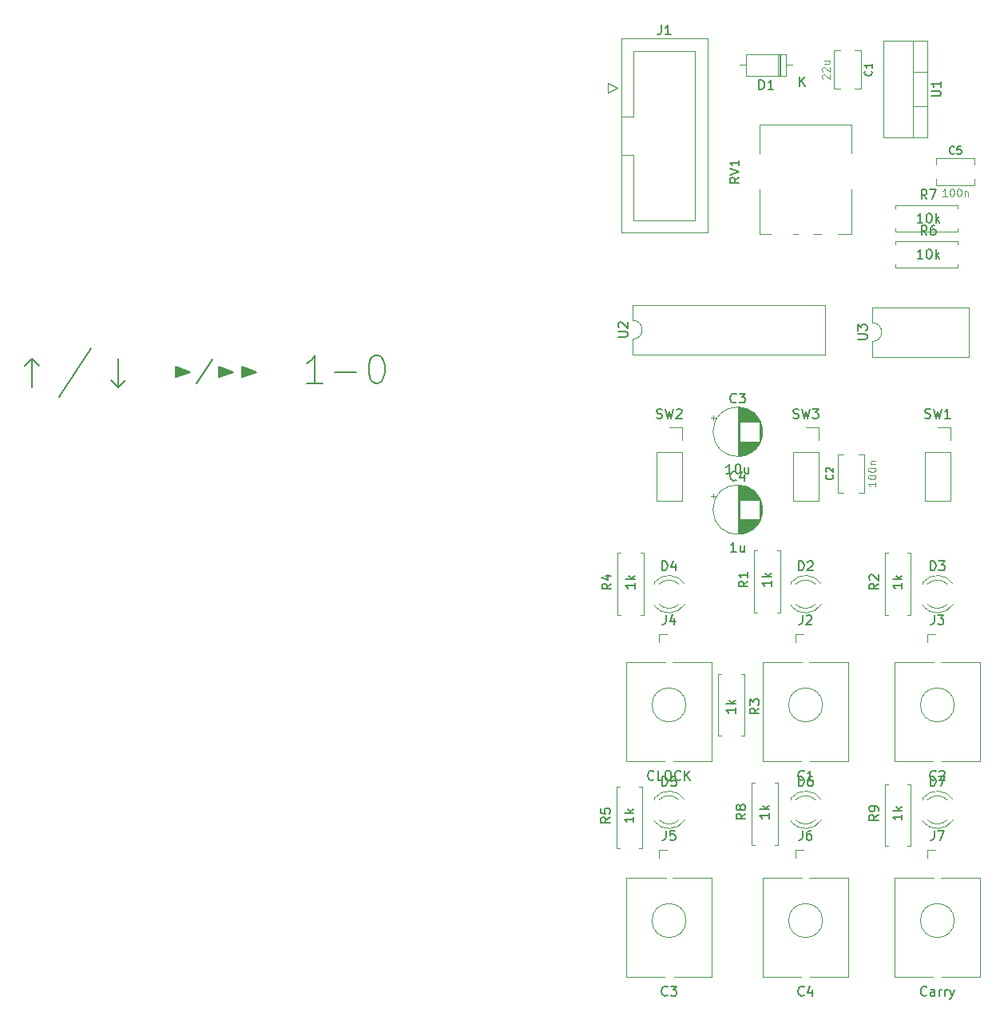
<source format=gbr>
%TF.GenerationSoftware,KiCad,Pcbnew,(6.0.0)*%
%TF.CreationDate,2022-10-15T21:00:10-04:00*%
%TF.ProjectId,bindec,62696e64-6563-42e6-9b69-6361645f7063,rev?*%
%TF.SameCoordinates,Original*%
%TF.FileFunction,Legend,Top*%
%TF.FilePolarity,Positive*%
%FSLAX46Y46*%
G04 Gerber Fmt 4.6, Leading zero omitted, Abs format (unit mm)*
G04 Created by KiCad (PCBNEW (6.0.0)) date 2022-10-15 21:00:10*
%MOMM*%
%LPD*%
G01*
G04 APERTURE LIST*
%ADD10C,0.150000*%
%ADD11C,0.140000*%
%ADD12C,0.120000*%
G04 APERTURE END LIST*
D10*
X101330428Y-66000142D02*
X99616142Y-66000142D01*
X100473285Y-66000142D02*
X100473285Y-63000142D01*
X100187571Y-63428714D01*
X99901857Y-63714428D01*
X99616142Y-63857285D01*
X102616142Y-64857285D02*
X104901857Y-64857285D01*
X106901857Y-63000142D02*
X107187571Y-63000142D01*
X107473285Y-63143000D01*
X107616142Y-63285857D01*
X107759000Y-63571571D01*
X107901857Y-64143000D01*
X107901857Y-64857285D01*
X107759000Y-65428714D01*
X107616142Y-65714428D01*
X107473285Y-65857285D01*
X107187571Y-66000142D01*
X106901857Y-66000142D01*
X106616142Y-65857285D01*
X106473285Y-65714428D01*
X106330428Y-65428714D01*
X106187571Y-64857285D01*
X106187571Y-64143000D01*
X106330428Y-63571571D01*
X106473285Y-63285857D01*
X106616142Y-63143000D01*
X106901857Y-63000142D01*
X85852523Y-64309666D02*
X85852523Y-65262047D01*
X85947761Y-64309666D02*
X85947761Y-65262047D01*
X86043000Y-64404904D02*
X86043000Y-65166809D01*
X86138238Y-64404904D02*
X86138238Y-65166809D01*
X86233476Y-64404904D02*
X86233476Y-65166809D01*
X86328714Y-64500142D02*
X86328714Y-65071571D01*
X86423952Y-64500142D02*
X86423952Y-65071571D01*
X86519190Y-64500142D02*
X86519190Y-65071571D01*
X86614428Y-64595380D02*
X86614428Y-64976333D01*
X86709666Y-64595380D02*
X86709666Y-64976333D01*
X86804904Y-64690619D02*
X86804904Y-64881095D01*
X86900142Y-64690619D02*
X86900142Y-64881095D01*
X86995380Y-64690619D02*
X86995380Y-64881095D01*
X87090619Y-64785857D02*
X86995380Y-64785857D01*
X85757285Y-64309666D02*
X87185857Y-64785857D01*
X85757285Y-65262047D01*
X87281095Y-64785857D02*
X85757285Y-65357285D01*
X85757285Y-64214428D01*
X87281095Y-64785857D01*
X89662047Y-63452523D02*
X87947761Y-66023952D01*
X90423952Y-64309666D02*
X90423952Y-65262047D01*
X90519190Y-64309666D02*
X90519190Y-65262047D01*
X90614428Y-64404904D02*
X90614428Y-65166809D01*
X90709666Y-64404904D02*
X90709666Y-65166809D01*
X90804904Y-64404904D02*
X90804904Y-65166809D01*
X90900142Y-64500142D02*
X90900142Y-65071571D01*
X90995380Y-64500142D02*
X90995380Y-65071571D01*
X91090619Y-64500142D02*
X91090619Y-65071571D01*
X91185857Y-64595380D02*
X91185857Y-64976333D01*
X91281095Y-64595380D02*
X91281095Y-64976333D01*
X91376333Y-64690619D02*
X91376333Y-64881095D01*
X91471571Y-64690619D02*
X91471571Y-64881095D01*
X91566809Y-64690619D02*
X91566809Y-64881095D01*
X91662047Y-64785857D02*
X91566809Y-64785857D01*
X90328714Y-64309666D02*
X91757285Y-64785857D01*
X90328714Y-65262047D01*
X91852523Y-64785857D02*
X90328714Y-65357285D01*
X90328714Y-64214428D01*
X91852523Y-64785857D01*
X92900142Y-64309666D02*
X92900142Y-65262047D01*
X92995380Y-64309666D02*
X92995380Y-65262047D01*
X93090619Y-64404904D02*
X93090619Y-65166809D01*
X93185857Y-64404904D02*
X93185857Y-65166809D01*
X93281095Y-64404904D02*
X93281095Y-65166809D01*
X93376333Y-64500142D02*
X93376333Y-65071571D01*
X93471571Y-64500142D02*
X93471571Y-65071571D01*
X93566809Y-64500142D02*
X93566809Y-65071571D01*
X93662047Y-64595380D02*
X93662047Y-64976333D01*
X93757285Y-64595380D02*
X93757285Y-64976333D01*
X93852523Y-64690619D02*
X93852523Y-64881095D01*
X93947761Y-64690619D02*
X93947761Y-64881095D01*
X94043000Y-64690619D02*
X94043000Y-64881095D01*
X94138238Y-64785857D02*
X94043000Y-64785857D01*
X92804904Y-64309666D02*
X94233476Y-64785857D01*
X92804904Y-65262047D01*
X94328714Y-64785857D02*
X92804904Y-65357285D01*
X92804904Y-64214428D01*
X94328714Y-64785857D01*
X70485571Y-66452523D02*
X70485571Y-63404904D01*
X69723666Y-64166809D02*
X70485571Y-63404904D01*
X71247476Y-64166809D01*
X76771285Y-62262047D02*
X73342714Y-67404904D01*
X79628428Y-63404904D02*
X79628428Y-66452523D01*
X80390333Y-65690619D02*
X79628428Y-66452523D01*
X78866523Y-65690619D01*
%TO.C,R2*%
X160238380Y-87225666D02*
X159762190Y-87559000D01*
X160238380Y-87797095D02*
X159238380Y-87797095D01*
X159238380Y-87416142D01*
X159286000Y-87320904D01*
X159333619Y-87273285D01*
X159428857Y-87225666D01*
X159571714Y-87225666D01*
X159666952Y-87273285D01*
X159714571Y-87320904D01*
X159762190Y-87416142D01*
X159762190Y-87797095D01*
X159333619Y-86844714D02*
X159286000Y-86797095D01*
X159238380Y-86701857D01*
X159238380Y-86463761D01*
X159286000Y-86368523D01*
X159333619Y-86320904D01*
X159428857Y-86273285D01*
X159524095Y-86273285D01*
X159666952Y-86320904D01*
X160238380Y-86892333D01*
X160238380Y-86273285D01*
X162738380Y-87178047D02*
X162738380Y-87749476D01*
X162738380Y-87463761D02*
X161738380Y-87463761D01*
X161881238Y-87559000D01*
X161976476Y-87654238D01*
X162024095Y-87749476D01*
X162738380Y-86749476D02*
X161738380Y-86749476D01*
X162357428Y-86654238D02*
X162738380Y-86368523D01*
X162071714Y-86368523D02*
X162452666Y-86749476D01*
%TO.C,SW3*%
X151198666Y-69658761D02*
X151341523Y-69706380D01*
X151579619Y-69706380D01*
X151674857Y-69658761D01*
X151722476Y-69611142D01*
X151770095Y-69515904D01*
X151770095Y-69420666D01*
X151722476Y-69325428D01*
X151674857Y-69277809D01*
X151579619Y-69230190D01*
X151389142Y-69182571D01*
X151293904Y-69134952D01*
X151246285Y-69087333D01*
X151198666Y-68992095D01*
X151198666Y-68896857D01*
X151246285Y-68801619D01*
X151293904Y-68754000D01*
X151389142Y-68706380D01*
X151627238Y-68706380D01*
X151770095Y-68754000D01*
X152103428Y-68706380D02*
X152341523Y-69706380D01*
X152532000Y-68992095D01*
X152722476Y-69706380D01*
X152960571Y-68706380D01*
X153246285Y-68706380D02*
X153865333Y-68706380D01*
X153532000Y-69087333D01*
X153674857Y-69087333D01*
X153770095Y-69134952D01*
X153817714Y-69182571D01*
X153865333Y-69277809D01*
X153865333Y-69515904D01*
X153817714Y-69611142D01*
X153770095Y-69658761D01*
X153674857Y-69706380D01*
X153389142Y-69706380D01*
X153293904Y-69658761D01*
X153246285Y-69611142D01*
%TO.C,D5*%
X137290904Y-108697380D02*
X137290904Y-107697380D01*
X137529000Y-107697380D01*
X137671857Y-107745000D01*
X137767095Y-107840238D01*
X137814714Y-107935476D01*
X137862333Y-108125952D01*
X137862333Y-108268809D01*
X137814714Y-108459285D01*
X137767095Y-108554523D01*
X137671857Y-108649761D01*
X137529000Y-108697380D01*
X137290904Y-108697380D01*
X138767095Y-107697380D02*
X138290904Y-107697380D01*
X138243285Y-108173571D01*
X138290904Y-108125952D01*
X138386142Y-108078333D01*
X138624238Y-108078333D01*
X138719476Y-108125952D01*
X138767095Y-108173571D01*
X138814714Y-108268809D01*
X138814714Y-108506904D01*
X138767095Y-108602142D01*
X138719476Y-108649761D01*
X138624238Y-108697380D01*
X138386142Y-108697380D01*
X138290904Y-108649761D01*
X138243285Y-108602142D01*
D11*
%TO.C,C2*%
X155368714Y-75698333D02*
X155406809Y-75736428D01*
X155444904Y-75850714D01*
X155444904Y-75926904D01*
X155406809Y-76041190D01*
X155330619Y-76117380D01*
X155254428Y-76155476D01*
X155102047Y-76193571D01*
X154987761Y-76193571D01*
X154835380Y-76155476D01*
X154759190Y-76117380D01*
X154683000Y-76041190D01*
X154644904Y-75926904D01*
X154644904Y-75850714D01*
X154683000Y-75736428D01*
X154721095Y-75698333D01*
X154721095Y-75393571D02*
X154683000Y-75355476D01*
X154644904Y-75279285D01*
X154644904Y-75088809D01*
X154683000Y-75012619D01*
X154721095Y-74974523D01*
X154797285Y-74936428D01*
X154873476Y-74936428D01*
X154987761Y-74974523D01*
X155444904Y-75431666D01*
X155444904Y-74936428D01*
D12*
X159944904Y-76460238D02*
X159944904Y-76917380D01*
X159944904Y-76688809D02*
X159144904Y-76688809D01*
X159259190Y-76765000D01*
X159335380Y-76841190D01*
X159373476Y-76917380D01*
X159144904Y-75965000D02*
X159144904Y-75888809D01*
X159183000Y-75812619D01*
X159221095Y-75774523D01*
X159297285Y-75736428D01*
X159449666Y-75698333D01*
X159640142Y-75698333D01*
X159792523Y-75736428D01*
X159868714Y-75774523D01*
X159906809Y-75812619D01*
X159944904Y-75888809D01*
X159944904Y-75965000D01*
X159906809Y-76041190D01*
X159868714Y-76079285D01*
X159792523Y-76117380D01*
X159640142Y-76155476D01*
X159449666Y-76155476D01*
X159297285Y-76117380D01*
X159221095Y-76079285D01*
X159183000Y-76041190D01*
X159144904Y-75965000D01*
X159144904Y-75203095D02*
X159144904Y-75126904D01*
X159183000Y-75050714D01*
X159221095Y-75012619D01*
X159297285Y-74974523D01*
X159449666Y-74936428D01*
X159640142Y-74936428D01*
X159792523Y-74974523D01*
X159868714Y-75012619D01*
X159906809Y-75050714D01*
X159944904Y-75126904D01*
X159944904Y-75203095D01*
X159906809Y-75279285D01*
X159868714Y-75317380D01*
X159792523Y-75355476D01*
X159640142Y-75393571D01*
X159449666Y-75393571D01*
X159297285Y-75355476D01*
X159221095Y-75317380D01*
X159183000Y-75279285D01*
X159144904Y-75203095D01*
X159411571Y-74593571D02*
X159944904Y-74593571D01*
X159487761Y-74593571D02*
X159449666Y-74555476D01*
X159411571Y-74479285D01*
X159411571Y-74365000D01*
X159449666Y-74288809D01*
X159525857Y-74250714D01*
X159944904Y-74250714D01*
D10*
%TO.C,D3*%
X165733904Y-85837380D02*
X165733904Y-84837380D01*
X165972000Y-84837380D01*
X166114857Y-84885000D01*
X166210095Y-84980238D01*
X166257714Y-85075476D01*
X166305333Y-85265952D01*
X166305333Y-85408809D01*
X166257714Y-85599285D01*
X166210095Y-85694523D01*
X166114857Y-85789761D01*
X165972000Y-85837380D01*
X165733904Y-85837380D01*
X166638666Y-84837380D02*
X167257714Y-84837380D01*
X166924380Y-85218333D01*
X167067238Y-85218333D01*
X167162476Y-85265952D01*
X167210095Y-85313571D01*
X167257714Y-85408809D01*
X167257714Y-85646904D01*
X167210095Y-85742142D01*
X167162476Y-85789761D01*
X167067238Y-85837380D01*
X166781523Y-85837380D01*
X166686285Y-85789761D01*
X166638666Y-85742142D01*
%TO.C,R9*%
X160238380Y-111736666D02*
X159762190Y-112070000D01*
X160238380Y-112308095D02*
X159238380Y-112308095D01*
X159238380Y-111927142D01*
X159286000Y-111831904D01*
X159333619Y-111784285D01*
X159428857Y-111736666D01*
X159571714Y-111736666D01*
X159666952Y-111784285D01*
X159714571Y-111831904D01*
X159762190Y-111927142D01*
X159762190Y-112308095D01*
X160238380Y-111260476D02*
X160238380Y-111070000D01*
X160190761Y-110974761D01*
X160143142Y-110927142D01*
X160000285Y-110831904D01*
X159809809Y-110784285D01*
X159428857Y-110784285D01*
X159333619Y-110831904D01*
X159286000Y-110879523D01*
X159238380Y-110974761D01*
X159238380Y-111165238D01*
X159286000Y-111260476D01*
X159333619Y-111308095D01*
X159428857Y-111355714D01*
X159666952Y-111355714D01*
X159762190Y-111308095D01*
X159809809Y-111260476D01*
X159857428Y-111165238D01*
X159857428Y-110974761D01*
X159809809Y-110879523D01*
X159762190Y-110831904D01*
X159666952Y-110784285D01*
X162738380Y-111689047D02*
X162738380Y-112260476D01*
X162738380Y-111974761D02*
X161738380Y-111974761D01*
X161881238Y-112070000D01*
X161976476Y-112165238D01*
X162024095Y-112260476D01*
X162738380Y-111260476D02*
X161738380Y-111260476D01*
X162357428Y-111165238D02*
X162738380Y-110879523D01*
X162071714Y-110879523D02*
X162452666Y-111260476D01*
D11*
%TO.C,C1*%
X159487714Y-32879333D02*
X159525809Y-32917428D01*
X159563904Y-33031714D01*
X159563904Y-33107904D01*
X159525809Y-33222190D01*
X159449619Y-33298380D01*
X159373428Y-33336476D01*
X159221047Y-33374571D01*
X159106761Y-33374571D01*
X158954380Y-33336476D01*
X158878190Y-33298380D01*
X158802000Y-33222190D01*
X158763904Y-33107904D01*
X158763904Y-33031714D01*
X158802000Y-32917428D01*
X158840095Y-32879333D01*
X159563904Y-32117428D02*
X159563904Y-32574571D01*
X159563904Y-32346000D02*
X158763904Y-32346000D01*
X158878190Y-32422190D01*
X158954380Y-32498380D01*
X158992476Y-32574571D01*
D12*
X154340095Y-33717428D02*
X154302000Y-33679333D01*
X154263904Y-33603142D01*
X154263904Y-33412666D01*
X154302000Y-33336476D01*
X154340095Y-33298380D01*
X154416285Y-33260285D01*
X154492476Y-33260285D01*
X154606761Y-33298380D01*
X155063904Y-33755523D01*
X155063904Y-33260285D01*
X154340095Y-32955523D02*
X154302000Y-32917428D01*
X154263904Y-32841238D01*
X154263904Y-32650761D01*
X154302000Y-32574571D01*
X154340095Y-32536476D01*
X154416285Y-32498380D01*
X154492476Y-32498380D01*
X154606761Y-32536476D01*
X155063904Y-32993619D01*
X155063904Y-32498380D01*
X154530571Y-31812666D02*
X155063904Y-31812666D01*
X154530571Y-32155523D02*
X154949619Y-32155523D01*
X155025809Y-32117428D01*
X155063904Y-32041238D01*
X155063904Y-31926952D01*
X155025809Y-31850761D01*
X154987714Y-31812666D01*
D10*
%TO.C,J3*%
X166143666Y-90551380D02*
X166143666Y-91265666D01*
X166096047Y-91408523D01*
X166000809Y-91503761D01*
X165857952Y-91551380D01*
X165762714Y-91551380D01*
X166524619Y-90551380D02*
X167143666Y-90551380D01*
X166810333Y-90932333D01*
X166953190Y-90932333D01*
X167048428Y-90979952D01*
X167096047Y-91027571D01*
X167143666Y-91122809D01*
X167143666Y-91360904D01*
X167096047Y-91456142D01*
X167048428Y-91503761D01*
X166953190Y-91551380D01*
X166667476Y-91551380D01*
X166572238Y-91503761D01*
X166524619Y-91456142D01*
X166310333Y-107956142D02*
X166262714Y-108003761D01*
X166119857Y-108051380D01*
X166024619Y-108051380D01*
X165881761Y-108003761D01*
X165786523Y-107908523D01*
X165738904Y-107813285D01*
X165691285Y-107622809D01*
X165691285Y-107479952D01*
X165738904Y-107289476D01*
X165786523Y-107194238D01*
X165881761Y-107099000D01*
X166024619Y-107051380D01*
X166119857Y-107051380D01*
X166262714Y-107099000D01*
X166310333Y-107146619D01*
X166691285Y-107146619D02*
X166738904Y-107099000D01*
X166834142Y-107051380D01*
X167072238Y-107051380D01*
X167167476Y-107099000D01*
X167215095Y-107146619D01*
X167262714Y-107241857D01*
X167262714Y-107337095D01*
X167215095Y-107479952D01*
X166643666Y-108051380D01*
X167262714Y-108051380D01*
%TO.C,SW2*%
X136720666Y-69658761D02*
X136863523Y-69706380D01*
X137101619Y-69706380D01*
X137196857Y-69658761D01*
X137244476Y-69611142D01*
X137292095Y-69515904D01*
X137292095Y-69420666D01*
X137244476Y-69325428D01*
X137196857Y-69277809D01*
X137101619Y-69230190D01*
X136911142Y-69182571D01*
X136815904Y-69134952D01*
X136768285Y-69087333D01*
X136720666Y-68992095D01*
X136720666Y-68896857D01*
X136768285Y-68801619D01*
X136815904Y-68754000D01*
X136911142Y-68706380D01*
X137149238Y-68706380D01*
X137292095Y-68754000D01*
X137625428Y-68706380D02*
X137863523Y-69706380D01*
X138054000Y-68992095D01*
X138244476Y-69706380D01*
X138482571Y-68706380D01*
X138815904Y-68801619D02*
X138863523Y-68754000D01*
X138958761Y-68706380D01*
X139196857Y-68706380D01*
X139292095Y-68754000D01*
X139339714Y-68801619D01*
X139387333Y-68896857D01*
X139387333Y-68992095D01*
X139339714Y-69134952D01*
X138768285Y-69706380D01*
X139387333Y-69706380D01*
%TO.C,RV1*%
X145459380Y-44159238D02*
X144983190Y-44492571D01*
X145459380Y-44730666D02*
X144459380Y-44730666D01*
X144459380Y-44349714D01*
X144507000Y-44254476D01*
X144554619Y-44206857D01*
X144649857Y-44159238D01*
X144792714Y-44159238D01*
X144887952Y-44206857D01*
X144935571Y-44254476D01*
X144983190Y-44349714D01*
X144983190Y-44730666D01*
X144459380Y-43873523D02*
X145459380Y-43540190D01*
X144459380Y-43206857D01*
X145459380Y-42349714D02*
X145459380Y-42921142D01*
X145459380Y-42635428D02*
X144459380Y-42635428D01*
X144602238Y-42730666D01*
X144697476Y-42825904D01*
X144745095Y-42921142D01*
%TO.C,R7*%
X165357333Y-46466380D02*
X165024000Y-45990190D01*
X164785904Y-46466380D02*
X164785904Y-45466380D01*
X165166857Y-45466380D01*
X165262095Y-45514000D01*
X165309714Y-45561619D01*
X165357333Y-45656857D01*
X165357333Y-45799714D01*
X165309714Y-45894952D01*
X165262095Y-45942571D01*
X165166857Y-45990190D01*
X164785904Y-45990190D01*
X165690666Y-45466380D02*
X166357333Y-45466380D01*
X165928761Y-46466380D01*
X164928761Y-48966380D02*
X164357333Y-48966380D01*
X164643047Y-48966380D02*
X164643047Y-47966380D01*
X164547809Y-48109238D01*
X164452571Y-48204476D01*
X164357333Y-48252095D01*
X165547809Y-47966380D02*
X165643047Y-47966380D01*
X165738285Y-48014000D01*
X165785904Y-48061619D01*
X165833523Y-48156857D01*
X165881142Y-48347333D01*
X165881142Y-48585428D01*
X165833523Y-48775904D01*
X165785904Y-48871142D01*
X165738285Y-48918761D01*
X165643047Y-48966380D01*
X165547809Y-48966380D01*
X165452571Y-48918761D01*
X165404952Y-48871142D01*
X165357333Y-48775904D01*
X165309714Y-48585428D01*
X165309714Y-48347333D01*
X165357333Y-48156857D01*
X165404952Y-48061619D01*
X165452571Y-48014000D01*
X165547809Y-47966380D01*
X166309714Y-48966380D02*
X166309714Y-47966380D01*
X166404952Y-48585428D02*
X166690666Y-48966380D01*
X166690666Y-48299714D02*
X166309714Y-48680666D01*
%TO.C,R5*%
X131790380Y-111990666D02*
X131314190Y-112324000D01*
X131790380Y-112562095D02*
X130790380Y-112562095D01*
X130790380Y-112181142D01*
X130838000Y-112085904D01*
X130885619Y-112038285D01*
X130980857Y-111990666D01*
X131123714Y-111990666D01*
X131218952Y-112038285D01*
X131266571Y-112085904D01*
X131314190Y-112181142D01*
X131314190Y-112562095D01*
X130790380Y-111085904D02*
X130790380Y-111562095D01*
X131266571Y-111609714D01*
X131218952Y-111562095D01*
X131171333Y-111466857D01*
X131171333Y-111228761D01*
X131218952Y-111133523D01*
X131266571Y-111085904D01*
X131361809Y-111038285D01*
X131599904Y-111038285D01*
X131695142Y-111085904D01*
X131742761Y-111133523D01*
X131790380Y-111228761D01*
X131790380Y-111466857D01*
X131742761Y-111562095D01*
X131695142Y-111609714D01*
X134290380Y-111943047D02*
X134290380Y-112514476D01*
X134290380Y-112228761D02*
X133290380Y-112228761D01*
X133433238Y-112324000D01*
X133528476Y-112419238D01*
X133576095Y-112514476D01*
X134290380Y-111514476D02*
X133290380Y-111514476D01*
X133909428Y-111419238D02*
X134290380Y-111133523D01*
X133623714Y-111133523D02*
X134004666Y-111514476D01*
%TO.C,R6*%
X165357333Y-50276380D02*
X165024000Y-49800190D01*
X164785904Y-50276380D02*
X164785904Y-49276380D01*
X165166857Y-49276380D01*
X165262095Y-49324000D01*
X165309714Y-49371619D01*
X165357333Y-49466857D01*
X165357333Y-49609714D01*
X165309714Y-49704952D01*
X165262095Y-49752571D01*
X165166857Y-49800190D01*
X164785904Y-49800190D01*
X166214476Y-49276380D02*
X166024000Y-49276380D01*
X165928761Y-49324000D01*
X165881142Y-49371619D01*
X165785904Y-49514476D01*
X165738285Y-49704952D01*
X165738285Y-50085904D01*
X165785904Y-50181142D01*
X165833523Y-50228761D01*
X165928761Y-50276380D01*
X166119238Y-50276380D01*
X166214476Y-50228761D01*
X166262095Y-50181142D01*
X166309714Y-50085904D01*
X166309714Y-49847809D01*
X166262095Y-49752571D01*
X166214476Y-49704952D01*
X166119238Y-49657333D01*
X165928761Y-49657333D01*
X165833523Y-49704952D01*
X165785904Y-49752571D01*
X165738285Y-49847809D01*
X164928761Y-52776380D02*
X164357333Y-52776380D01*
X164643047Y-52776380D02*
X164643047Y-51776380D01*
X164547809Y-51919238D01*
X164452571Y-52014476D01*
X164357333Y-52062095D01*
X165547809Y-51776380D02*
X165643047Y-51776380D01*
X165738285Y-51824000D01*
X165785904Y-51871619D01*
X165833523Y-51966857D01*
X165881142Y-52157333D01*
X165881142Y-52395428D01*
X165833523Y-52585904D01*
X165785904Y-52681142D01*
X165738285Y-52728761D01*
X165643047Y-52776380D01*
X165547809Y-52776380D01*
X165452571Y-52728761D01*
X165404952Y-52681142D01*
X165357333Y-52585904D01*
X165309714Y-52395428D01*
X165309714Y-52157333D01*
X165357333Y-51966857D01*
X165404952Y-51871619D01*
X165452571Y-51824000D01*
X165547809Y-51776380D01*
X166309714Y-52776380D02*
X166309714Y-51776380D01*
X166404952Y-52395428D02*
X166690666Y-52776380D01*
X166690666Y-52109714D02*
X166309714Y-52490666D01*
%TO.C,D2*%
X151763904Y-85837380D02*
X151763904Y-84837380D01*
X152002000Y-84837380D01*
X152144857Y-84885000D01*
X152240095Y-84980238D01*
X152287714Y-85075476D01*
X152335333Y-85265952D01*
X152335333Y-85408809D01*
X152287714Y-85599285D01*
X152240095Y-85694523D01*
X152144857Y-85789761D01*
X152002000Y-85837380D01*
X151763904Y-85837380D01*
X152716285Y-84932619D02*
X152763904Y-84885000D01*
X152859142Y-84837380D01*
X153097238Y-84837380D01*
X153192476Y-84885000D01*
X153240095Y-84932619D01*
X153287714Y-85027857D01*
X153287714Y-85123095D01*
X153240095Y-85265952D01*
X152668666Y-85837380D01*
X153287714Y-85837380D01*
%TO.C,J4*%
X137695666Y-90551380D02*
X137695666Y-91265666D01*
X137648047Y-91408523D01*
X137552809Y-91503761D01*
X137409952Y-91551380D01*
X137314714Y-91551380D01*
X138600428Y-90884714D02*
X138600428Y-91551380D01*
X138362333Y-90503761D02*
X138124238Y-91218047D01*
X138743285Y-91218047D01*
X136409952Y-107956142D02*
X136362333Y-108003761D01*
X136219476Y-108051380D01*
X136124238Y-108051380D01*
X135981380Y-108003761D01*
X135886142Y-107908523D01*
X135838523Y-107813285D01*
X135790904Y-107622809D01*
X135790904Y-107479952D01*
X135838523Y-107289476D01*
X135886142Y-107194238D01*
X135981380Y-107099000D01*
X136124238Y-107051380D01*
X136219476Y-107051380D01*
X136362333Y-107099000D01*
X136409952Y-107146619D01*
X137314714Y-108051380D02*
X136838523Y-108051380D01*
X136838523Y-107051380D01*
X137838523Y-107051380D02*
X138029000Y-107051380D01*
X138124238Y-107099000D01*
X138219476Y-107194238D01*
X138267095Y-107384714D01*
X138267095Y-107718047D01*
X138219476Y-107908523D01*
X138124238Y-108003761D01*
X138029000Y-108051380D01*
X137838523Y-108051380D01*
X137743285Y-108003761D01*
X137648047Y-107908523D01*
X137600428Y-107718047D01*
X137600428Y-107384714D01*
X137648047Y-107194238D01*
X137743285Y-107099000D01*
X137838523Y-107051380D01*
X139267095Y-107956142D02*
X139219476Y-108003761D01*
X139076619Y-108051380D01*
X138981380Y-108051380D01*
X138838523Y-108003761D01*
X138743285Y-107908523D01*
X138695666Y-107813285D01*
X138648047Y-107622809D01*
X138648047Y-107479952D01*
X138695666Y-107289476D01*
X138743285Y-107194238D01*
X138838523Y-107099000D01*
X138981380Y-107051380D01*
X139076619Y-107051380D01*
X139219476Y-107099000D01*
X139267095Y-107146619D01*
X139695666Y-108051380D02*
X139695666Y-107051380D01*
X140267095Y-108051380D02*
X139838523Y-107479952D01*
X140267095Y-107051380D02*
X139695666Y-107622809D01*
%TO.C,J7*%
X166143666Y-113411380D02*
X166143666Y-114125666D01*
X166096047Y-114268523D01*
X166000809Y-114363761D01*
X165857952Y-114411380D01*
X165762714Y-114411380D01*
X166524619Y-113411380D02*
X167191285Y-113411380D01*
X166762714Y-114411380D01*
X165334142Y-130816142D02*
X165286523Y-130863761D01*
X165143666Y-130911380D01*
X165048428Y-130911380D01*
X164905571Y-130863761D01*
X164810333Y-130768523D01*
X164762714Y-130673285D01*
X164715095Y-130482809D01*
X164715095Y-130339952D01*
X164762714Y-130149476D01*
X164810333Y-130054238D01*
X164905571Y-129959000D01*
X165048428Y-129911380D01*
X165143666Y-129911380D01*
X165286523Y-129959000D01*
X165334142Y-130006619D01*
X166191285Y-130911380D02*
X166191285Y-130387571D01*
X166143666Y-130292333D01*
X166048428Y-130244714D01*
X165857952Y-130244714D01*
X165762714Y-130292333D01*
X166191285Y-130863761D02*
X166096047Y-130911380D01*
X165857952Y-130911380D01*
X165762714Y-130863761D01*
X165715095Y-130768523D01*
X165715095Y-130673285D01*
X165762714Y-130578047D01*
X165857952Y-130530428D01*
X166096047Y-130530428D01*
X166191285Y-130482809D01*
X166667476Y-130911380D02*
X166667476Y-130244714D01*
X166667476Y-130435190D02*
X166715095Y-130339952D01*
X166762714Y-130292333D01*
X166857952Y-130244714D01*
X166953190Y-130244714D01*
X167286523Y-130911380D02*
X167286523Y-130244714D01*
X167286523Y-130435190D02*
X167334142Y-130339952D01*
X167381761Y-130292333D01*
X167477000Y-130244714D01*
X167572238Y-130244714D01*
X167810333Y-130244714D02*
X168048428Y-130911380D01*
X168286523Y-130244714D02*
X168048428Y-130911380D01*
X167953190Y-131149476D01*
X167905571Y-131197095D01*
X167810333Y-131244714D01*
%TO.C,U2*%
X132626380Y-61076904D02*
X133435904Y-61076904D01*
X133531142Y-61029285D01*
X133578761Y-60981666D01*
X133626380Y-60886428D01*
X133626380Y-60695952D01*
X133578761Y-60600714D01*
X133531142Y-60553095D01*
X133435904Y-60505476D01*
X132626380Y-60505476D01*
X132721619Y-60076904D02*
X132674000Y-60029285D01*
X132626380Y-59934047D01*
X132626380Y-59695952D01*
X132674000Y-59600714D01*
X132721619Y-59553095D01*
X132816857Y-59505476D01*
X132912095Y-59505476D01*
X133054952Y-59553095D01*
X133626380Y-60124523D01*
X133626380Y-59505476D01*
%TO.C,U3*%
X158021380Y-61330904D02*
X158830904Y-61330904D01*
X158926142Y-61283285D01*
X158973761Y-61235666D01*
X159021380Y-61140428D01*
X159021380Y-60949952D01*
X158973761Y-60854714D01*
X158926142Y-60807095D01*
X158830904Y-60759476D01*
X158021380Y-60759476D01*
X158021380Y-60378523D02*
X158021380Y-59759476D01*
X158402333Y-60092809D01*
X158402333Y-59949952D01*
X158449952Y-59854714D01*
X158497571Y-59807095D01*
X158592809Y-59759476D01*
X158830904Y-59759476D01*
X158926142Y-59807095D01*
X158973761Y-59854714D01*
X159021380Y-59949952D01*
X159021380Y-60235666D01*
X158973761Y-60330904D01*
X158926142Y-60378523D01*
%TO.C,D1*%
X147577904Y-34830380D02*
X147577904Y-33830380D01*
X147816000Y-33830380D01*
X147958857Y-33878000D01*
X148054095Y-33973238D01*
X148101714Y-34068476D01*
X148149333Y-34258952D01*
X148149333Y-34401809D01*
X148101714Y-34592285D01*
X148054095Y-34687523D01*
X147958857Y-34782761D01*
X147816000Y-34830380D01*
X147577904Y-34830380D01*
X149101714Y-34830380D02*
X148530285Y-34830380D01*
X148816000Y-34830380D02*
X148816000Y-33830380D01*
X148720761Y-33973238D01*
X148625523Y-34068476D01*
X148530285Y-34116095D01*
X151864095Y-34510380D02*
X151864095Y-33510380D01*
X152435523Y-34510380D02*
X152006952Y-33938952D01*
X152435523Y-33510380D02*
X151864095Y-34081809D01*
%TO.C,R8*%
X146141380Y-111609666D02*
X145665190Y-111943000D01*
X146141380Y-112181095D02*
X145141380Y-112181095D01*
X145141380Y-111800142D01*
X145189000Y-111704904D01*
X145236619Y-111657285D01*
X145331857Y-111609666D01*
X145474714Y-111609666D01*
X145569952Y-111657285D01*
X145617571Y-111704904D01*
X145665190Y-111800142D01*
X145665190Y-112181095D01*
X145569952Y-111038238D02*
X145522333Y-111133476D01*
X145474714Y-111181095D01*
X145379476Y-111228714D01*
X145331857Y-111228714D01*
X145236619Y-111181095D01*
X145189000Y-111133476D01*
X145141380Y-111038238D01*
X145141380Y-110847761D01*
X145189000Y-110752523D01*
X145236619Y-110704904D01*
X145331857Y-110657285D01*
X145379476Y-110657285D01*
X145474714Y-110704904D01*
X145522333Y-110752523D01*
X145569952Y-110847761D01*
X145569952Y-111038238D01*
X145617571Y-111133476D01*
X145665190Y-111181095D01*
X145760428Y-111228714D01*
X145950904Y-111228714D01*
X146046142Y-111181095D01*
X146093761Y-111133476D01*
X146141380Y-111038238D01*
X146141380Y-110847761D01*
X146093761Y-110752523D01*
X146046142Y-110704904D01*
X145950904Y-110657285D01*
X145760428Y-110657285D01*
X145665190Y-110704904D01*
X145617571Y-110752523D01*
X145569952Y-110847761D01*
X148641380Y-111562047D02*
X148641380Y-112133476D01*
X148641380Y-111847761D02*
X147641380Y-111847761D01*
X147784238Y-111943000D01*
X147879476Y-112038238D01*
X147927095Y-112133476D01*
X148641380Y-111133476D02*
X147641380Y-111133476D01*
X148260428Y-111038238D02*
X148641380Y-110752523D01*
X147974714Y-110752523D02*
X148355666Y-111133476D01*
%TO.C,J6*%
X152173666Y-113411380D02*
X152173666Y-114125666D01*
X152126047Y-114268523D01*
X152030809Y-114363761D01*
X151887952Y-114411380D01*
X151792714Y-114411380D01*
X153078428Y-113411380D02*
X152887952Y-113411380D01*
X152792714Y-113459000D01*
X152745095Y-113506619D01*
X152649857Y-113649476D01*
X152602238Y-113839952D01*
X152602238Y-114220904D01*
X152649857Y-114316142D01*
X152697476Y-114363761D01*
X152792714Y-114411380D01*
X152983190Y-114411380D01*
X153078428Y-114363761D01*
X153126047Y-114316142D01*
X153173666Y-114220904D01*
X153173666Y-113982809D01*
X153126047Y-113887571D01*
X153078428Y-113839952D01*
X152983190Y-113792333D01*
X152792714Y-113792333D01*
X152697476Y-113839952D01*
X152649857Y-113887571D01*
X152602238Y-113982809D01*
X152340333Y-130816142D02*
X152292714Y-130863761D01*
X152149857Y-130911380D01*
X152054619Y-130911380D01*
X151911761Y-130863761D01*
X151816523Y-130768523D01*
X151768904Y-130673285D01*
X151721285Y-130482809D01*
X151721285Y-130339952D01*
X151768904Y-130149476D01*
X151816523Y-130054238D01*
X151911761Y-129959000D01*
X152054619Y-129911380D01*
X152149857Y-129911380D01*
X152292714Y-129959000D01*
X152340333Y-130006619D01*
X153197476Y-130244714D02*
X153197476Y-130911380D01*
X152959380Y-129863761D02*
X152721285Y-130578047D01*
X153340333Y-130578047D01*
%TO.C,R3*%
X147585380Y-100432666D02*
X147109190Y-100766000D01*
X147585380Y-101004095D02*
X146585380Y-101004095D01*
X146585380Y-100623142D01*
X146633000Y-100527904D01*
X146680619Y-100480285D01*
X146775857Y-100432666D01*
X146918714Y-100432666D01*
X147013952Y-100480285D01*
X147061571Y-100527904D01*
X147109190Y-100623142D01*
X147109190Y-101004095D01*
X146585380Y-100099333D02*
X146585380Y-99480285D01*
X146966333Y-99813619D01*
X146966333Y-99670761D01*
X147013952Y-99575523D01*
X147061571Y-99527904D01*
X147156809Y-99480285D01*
X147394904Y-99480285D01*
X147490142Y-99527904D01*
X147537761Y-99575523D01*
X147585380Y-99670761D01*
X147585380Y-99956476D01*
X147537761Y-100051714D01*
X147490142Y-100099333D01*
X145085380Y-100385047D02*
X145085380Y-100956476D01*
X145085380Y-100670761D02*
X144085380Y-100670761D01*
X144228238Y-100766000D01*
X144323476Y-100861238D01*
X144371095Y-100956476D01*
X145085380Y-99956476D02*
X144085380Y-99956476D01*
X144704428Y-99861238D02*
X145085380Y-99575523D01*
X144418714Y-99575523D02*
X144799666Y-99956476D01*
%TO.C,U1*%
X165825380Y-35559904D02*
X166634904Y-35559904D01*
X166730142Y-35512285D01*
X166777761Y-35464666D01*
X166825380Y-35369428D01*
X166825380Y-35178952D01*
X166777761Y-35083714D01*
X166730142Y-35036095D01*
X166634904Y-34988476D01*
X165825380Y-34988476D01*
X166825380Y-33988476D02*
X166825380Y-34559904D01*
X166825380Y-34274190D02*
X165825380Y-34274190D01*
X165968238Y-34369428D01*
X166063476Y-34464666D01*
X166111095Y-34559904D01*
%TO.C,C3*%
X145146233Y-67977142D02*
X145098614Y-68024761D01*
X144955757Y-68072380D01*
X144860519Y-68072380D01*
X144717661Y-68024761D01*
X144622423Y-67929523D01*
X144574804Y-67834285D01*
X144527185Y-67643809D01*
X144527185Y-67500952D01*
X144574804Y-67310476D01*
X144622423Y-67215238D01*
X144717661Y-67120000D01*
X144860519Y-67072380D01*
X144955757Y-67072380D01*
X145098614Y-67120000D01*
X145146233Y-67167619D01*
X145479566Y-67072380D02*
X146098614Y-67072380D01*
X145765280Y-67453333D01*
X145908138Y-67453333D01*
X146003376Y-67500952D01*
X146050995Y-67548571D01*
X146098614Y-67643809D01*
X146098614Y-67881904D01*
X146050995Y-67977142D01*
X146003376Y-68024761D01*
X145908138Y-68072380D01*
X145622423Y-68072380D01*
X145527185Y-68024761D01*
X145479566Y-67977142D01*
X144670042Y-75572380D02*
X144098614Y-75572380D01*
X144384328Y-75572380D02*
X144384328Y-74572380D01*
X144289090Y-74715238D01*
X144193852Y-74810476D01*
X144098614Y-74858095D01*
X145289090Y-74572380D02*
X145384328Y-74572380D01*
X145479566Y-74620000D01*
X145527185Y-74667619D01*
X145574804Y-74762857D01*
X145622423Y-74953333D01*
X145622423Y-75191428D01*
X145574804Y-75381904D01*
X145527185Y-75477142D01*
X145479566Y-75524761D01*
X145384328Y-75572380D01*
X145289090Y-75572380D01*
X145193852Y-75524761D01*
X145146233Y-75477142D01*
X145098614Y-75381904D01*
X145050995Y-75191428D01*
X145050995Y-74953333D01*
X145098614Y-74762857D01*
X145146233Y-74667619D01*
X145193852Y-74620000D01*
X145289090Y-74572380D01*
X146479566Y-74905714D02*
X146479566Y-75572380D01*
X146050995Y-74905714D02*
X146050995Y-75429523D01*
X146098614Y-75524761D01*
X146193852Y-75572380D01*
X146336709Y-75572380D01*
X146431947Y-75524761D01*
X146479566Y-75477142D01*
%TO.C,D4*%
X137285904Y-85837380D02*
X137285904Y-84837380D01*
X137524000Y-84837380D01*
X137666857Y-84885000D01*
X137762095Y-84980238D01*
X137809714Y-85075476D01*
X137857333Y-85265952D01*
X137857333Y-85408809D01*
X137809714Y-85599285D01*
X137762095Y-85694523D01*
X137666857Y-85789761D01*
X137524000Y-85837380D01*
X137285904Y-85837380D01*
X138714476Y-85170714D02*
X138714476Y-85837380D01*
X138476380Y-84789761D02*
X138238285Y-85504047D01*
X138857333Y-85504047D01*
%TO.C,J5*%
X137700666Y-113411380D02*
X137700666Y-114125666D01*
X137653047Y-114268523D01*
X137557809Y-114363761D01*
X137414952Y-114411380D01*
X137319714Y-114411380D01*
X138653047Y-113411380D02*
X138176857Y-113411380D01*
X138129238Y-113887571D01*
X138176857Y-113839952D01*
X138272095Y-113792333D01*
X138510190Y-113792333D01*
X138605428Y-113839952D01*
X138653047Y-113887571D01*
X138700666Y-113982809D01*
X138700666Y-114220904D01*
X138653047Y-114316142D01*
X138605428Y-114363761D01*
X138510190Y-114411380D01*
X138272095Y-114411380D01*
X138176857Y-114363761D01*
X138129238Y-114316142D01*
X137867333Y-130816142D02*
X137819714Y-130863761D01*
X137676857Y-130911380D01*
X137581619Y-130911380D01*
X137438761Y-130863761D01*
X137343523Y-130768523D01*
X137295904Y-130673285D01*
X137248285Y-130482809D01*
X137248285Y-130339952D01*
X137295904Y-130149476D01*
X137343523Y-130054238D01*
X137438761Y-129959000D01*
X137581619Y-129911380D01*
X137676857Y-129911380D01*
X137819714Y-129959000D01*
X137867333Y-130006619D01*
X138200666Y-129911380D02*
X138819714Y-129911380D01*
X138486380Y-130292333D01*
X138629238Y-130292333D01*
X138724476Y-130339952D01*
X138772095Y-130387571D01*
X138819714Y-130482809D01*
X138819714Y-130720904D01*
X138772095Y-130816142D01*
X138724476Y-130863761D01*
X138629238Y-130911380D01*
X138343523Y-130911380D01*
X138248285Y-130863761D01*
X138200666Y-130816142D01*
%TO.C,R4*%
X131917380Y-87225666D02*
X131441190Y-87559000D01*
X131917380Y-87797095D02*
X130917380Y-87797095D01*
X130917380Y-87416142D01*
X130965000Y-87320904D01*
X131012619Y-87273285D01*
X131107857Y-87225666D01*
X131250714Y-87225666D01*
X131345952Y-87273285D01*
X131393571Y-87320904D01*
X131441190Y-87416142D01*
X131441190Y-87797095D01*
X131250714Y-86368523D02*
X131917380Y-86368523D01*
X130869761Y-86606619D02*
X131584047Y-86844714D01*
X131584047Y-86225666D01*
X134417380Y-87178047D02*
X134417380Y-87749476D01*
X134417380Y-87463761D02*
X133417380Y-87463761D01*
X133560238Y-87559000D01*
X133655476Y-87654238D01*
X133703095Y-87749476D01*
X134417380Y-86749476D02*
X133417380Y-86749476D01*
X134036428Y-86654238D02*
X134417380Y-86368523D01*
X133750714Y-86368523D02*
X134131666Y-86749476D01*
%TO.C,SW1*%
X165168666Y-69643761D02*
X165311523Y-69691380D01*
X165549619Y-69691380D01*
X165644857Y-69643761D01*
X165692476Y-69596142D01*
X165740095Y-69500904D01*
X165740095Y-69405666D01*
X165692476Y-69310428D01*
X165644857Y-69262809D01*
X165549619Y-69215190D01*
X165359142Y-69167571D01*
X165263904Y-69119952D01*
X165216285Y-69072333D01*
X165168666Y-68977095D01*
X165168666Y-68881857D01*
X165216285Y-68786619D01*
X165263904Y-68739000D01*
X165359142Y-68691380D01*
X165597238Y-68691380D01*
X165740095Y-68739000D01*
X166073428Y-68691380D02*
X166311523Y-69691380D01*
X166502000Y-68977095D01*
X166692476Y-69691380D01*
X166930571Y-68691380D01*
X167835333Y-69691380D02*
X167263904Y-69691380D01*
X167549619Y-69691380D02*
X167549619Y-68691380D01*
X167454380Y-68834238D01*
X167359142Y-68929476D01*
X167263904Y-68977095D01*
%TO.C,D6*%
X151763904Y-108697380D02*
X151763904Y-107697380D01*
X152002000Y-107697380D01*
X152144857Y-107745000D01*
X152240095Y-107840238D01*
X152287714Y-107935476D01*
X152335333Y-108125952D01*
X152335333Y-108268809D01*
X152287714Y-108459285D01*
X152240095Y-108554523D01*
X152144857Y-108649761D01*
X152002000Y-108697380D01*
X151763904Y-108697380D01*
X153192476Y-107697380D02*
X153002000Y-107697380D01*
X152906761Y-107745000D01*
X152859142Y-107792619D01*
X152763904Y-107935476D01*
X152716285Y-108125952D01*
X152716285Y-108506904D01*
X152763904Y-108602142D01*
X152811523Y-108649761D01*
X152906761Y-108697380D01*
X153097238Y-108697380D01*
X153192476Y-108649761D01*
X153240095Y-108602142D01*
X153287714Y-108506904D01*
X153287714Y-108268809D01*
X153240095Y-108173571D01*
X153192476Y-108125952D01*
X153097238Y-108078333D01*
X152906761Y-108078333D01*
X152811523Y-108125952D01*
X152763904Y-108173571D01*
X152716285Y-108268809D01*
%TO.C,J2*%
X152173666Y-90551380D02*
X152173666Y-91265666D01*
X152126047Y-91408523D01*
X152030809Y-91503761D01*
X151887952Y-91551380D01*
X151792714Y-91551380D01*
X152602238Y-90646619D02*
X152649857Y-90599000D01*
X152745095Y-90551380D01*
X152983190Y-90551380D01*
X153078428Y-90599000D01*
X153126047Y-90646619D01*
X153173666Y-90741857D01*
X153173666Y-90837095D01*
X153126047Y-90979952D01*
X152554619Y-91551380D01*
X153173666Y-91551380D01*
X152340333Y-107956142D02*
X152292714Y-108003761D01*
X152149857Y-108051380D01*
X152054619Y-108051380D01*
X151911761Y-108003761D01*
X151816523Y-107908523D01*
X151768904Y-107813285D01*
X151721285Y-107622809D01*
X151721285Y-107479952D01*
X151768904Y-107289476D01*
X151816523Y-107194238D01*
X151911761Y-107099000D01*
X152054619Y-107051380D01*
X152149857Y-107051380D01*
X152292714Y-107099000D01*
X152340333Y-107146619D01*
X153292714Y-108051380D02*
X152721285Y-108051380D01*
X153007000Y-108051380D02*
X153007000Y-107051380D01*
X152911761Y-107194238D01*
X152816523Y-107289476D01*
X152721285Y-107337095D01*
D11*
%TO.C,C5*%
X168248666Y-41596714D02*
X168210571Y-41634809D01*
X168096285Y-41672904D01*
X168020095Y-41672904D01*
X167905809Y-41634809D01*
X167829619Y-41558619D01*
X167791523Y-41482428D01*
X167753428Y-41330047D01*
X167753428Y-41215761D01*
X167791523Y-41063380D01*
X167829619Y-40987190D01*
X167905809Y-40911000D01*
X168020095Y-40872904D01*
X168096285Y-40872904D01*
X168210571Y-40911000D01*
X168248666Y-40949095D01*
X168972476Y-40872904D02*
X168591523Y-40872904D01*
X168553428Y-41253857D01*
X168591523Y-41215761D01*
X168667714Y-41177666D01*
X168858190Y-41177666D01*
X168934380Y-41215761D01*
X168972476Y-41253857D01*
X169010571Y-41330047D01*
X169010571Y-41520523D01*
X168972476Y-41596714D01*
X168934380Y-41634809D01*
X168858190Y-41672904D01*
X168667714Y-41672904D01*
X168591523Y-41634809D01*
X168553428Y-41596714D01*
D12*
X167486761Y-46172904D02*
X167029619Y-46172904D01*
X167258190Y-46172904D02*
X167258190Y-45372904D01*
X167182000Y-45487190D01*
X167105809Y-45563380D01*
X167029619Y-45601476D01*
X167982000Y-45372904D02*
X168058190Y-45372904D01*
X168134380Y-45411000D01*
X168172476Y-45449095D01*
X168210571Y-45525285D01*
X168248666Y-45677666D01*
X168248666Y-45868142D01*
X168210571Y-46020523D01*
X168172476Y-46096714D01*
X168134380Y-46134809D01*
X168058190Y-46172904D01*
X167982000Y-46172904D01*
X167905809Y-46134809D01*
X167867714Y-46096714D01*
X167829619Y-46020523D01*
X167791523Y-45868142D01*
X167791523Y-45677666D01*
X167829619Y-45525285D01*
X167867714Y-45449095D01*
X167905809Y-45411000D01*
X167982000Y-45372904D01*
X168743904Y-45372904D02*
X168820095Y-45372904D01*
X168896285Y-45411000D01*
X168934380Y-45449095D01*
X168972476Y-45525285D01*
X169010571Y-45677666D01*
X169010571Y-45868142D01*
X168972476Y-46020523D01*
X168934380Y-46096714D01*
X168896285Y-46134809D01*
X168820095Y-46172904D01*
X168743904Y-46172904D01*
X168667714Y-46134809D01*
X168629619Y-46096714D01*
X168591523Y-46020523D01*
X168553428Y-45868142D01*
X168553428Y-45677666D01*
X168591523Y-45525285D01*
X168629619Y-45449095D01*
X168667714Y-45411000D01*
X168743904Y-45372904D01*
X169353428Y-45639571D02*
X169353428Y-46172904D01*
X169353428Y-45715761D02*
X169391523Y-45677666D01*
X169467714Y-45639571D01*
X169582000Y-45639571D01*
X169658190Y-45677666D01*
X169696285Y-45753857D01*
X169696285Y-46172904D01*
D10*
%TO.C,C4*%
X145146233Y-76232142D02*
X145098614Y-76279761D01*
X144955757Y-76327380D01*
X144860519Y-76327380D01*
X144717661Y-76279761D01*
X144622423Y-76184523D01*
X144574804Y-76089285D01*
X144527185Y-75898809D01*
X144527185Y-75755952D01*
X144574804Y-75565476D01*
X144622423Y-75470238D01*
X144717661Y-75375000D01*
X144860519Y-75327380D01*
X144955757Y-75327380D01*
X145098614Y-75375000D01*
X145146233Y-75422619D01*
X146003376Y-75660714D02*
X146003376Y-76327380D01*
X145765280Y-75279761D02*
X145527185Y-75994047D01*
X146146233Y-75994047D01*
X145146233Y-83827380D02*
X144574804Y-83827380D01*
X144860519Y-83827380D02*
X144860519Y-82827380D01*
X144765280Y-82970238D01*
X144670042Y-83065476D01*
X144574804Y-83113095D01*
X146003376Y-83160714D02*
X146003376Y-83827380D01*
X145574804Y-83160714D02*
X145574804Y-83684523D01*
X145622423Y-83779761D01*
X145717661Y-83827380D01*
X145860519Y-83827380D01*
X145955757Y-83779761D01*
X146003376Y-83732142D01*
%TO.C,D7*%
X165733904Y-108697380D02*
X165733904Y-107697380D01*
X165972000Y-107697380D01*
X166114857Y-107745000D01*
X166210095Y-107840238D01*
X166257714Y-107935476D01*
X166305333Y-108125952D01*
X166305333Y-108268809D01*
X166257714Y-108459285D01*
X166210095Y-108554523D01*
X166114857Y-108649761D01*
X165972000Y-108697380D01*
X165733904Y-108697380D01*
X166638666Y-107697380D02*
X167305333Y-107697380D01*
X166876761Y-108697380D01*
%TO.C,R1*%
X146395380Y-86971666D02*
X145919190Y-87305000D01*
X146395380Y-87543095D02*
X145395380Y-87543095D01*
X145395380Y-87162142D01*
X145443000Y-87066904D01*
X145490619Y-87019285D01*
X145585857Y-86971666D01*
X145728714Y-86971666D01*
X145823952Y-87019285D01*
X145871571Y-87066904D01*
X145919190Y-87162142D01*
X145919190Y-87543095D01*
X146395380Y-86019285D02*
X146395380Y-86590714D01*
X146395380Y-86305000D02*
X145395380Y-86305000D01*
X145538238Y-86400238D01*
X145633476Y-86495476D01*
X145681095Y-86590714D01*
X148895380Y-86924047D02*
X148895380Y-87495476D01*
X148895380Y-87209761D02*
X147895380Y-87209761D01*
X148038238Y-87305000D01*
X148133476Y-87400238D01*
X148181095Y-87495476D01*
X148895380Y-86495476D02*
X147895380Y-86495476D01*
X148514428Y-86400238D02*
X148895380Y-86114523D01*
X148228714Y-86114523D02*
X148609666Y-86495476D01*
%TO.C,J1*%
X137197166Y-28023380D02*
X137197166Y-28737666D01*
X137149547Y-28880523D01*
X137054309Y-28975761D01*
X136911452Y-29023380D01*
X136816214Y-29023380D01*
X138197166Y-29023380D02*
X137625738Y-29023380D01*
X137911452Y-29023380D02*
X137911452Y-28023380D01*
X137816214Y-28166238D01*
X137720976Y-28261476D01*
X137625738Y-28309095D01*
D12*
%TO.C,R2*%
X163326000Y-90519000D02*
X163656000Y-90519000D01*
X163656000Y-83979000D02*
X163326000Y-83979000D01*
X160916000Y-83979000D02*
X161246000Y-83979000D01*
X161246000Y-90519000D02*
X160916000Y-90519000D01*
X163656000Y-90519000D02*
X163656000Y-83979000D01*
X160916000Y-90519000D02*
X160916000Y-83979000D01*
%TO.C,SW3*%
X151202000Y-73294000D02*
X153862000Y-73294000D01*
X153862000Y-70694000D02*
X153862000Y-72024000D01*
X151202000Y-73294000D02*
X151202000Y-78434000D01*
X153862000Y-73294000D02*
X153862000Y-78434000D01*
X152532000Y-70694000D02*
X153862000Y-70694000D01*
X151202000Y-78434000D02*
X153862000Y-78434000D01*
%TO.C,D5*%
X136469000Y-112285000D02*
X136469000Y-112441000D01*
X136469000Y-109969000D02*
X136469000Y-110125000D01*
X136469000Y-112440516D02*
G75*
G03*
X139701335Y-112283608I1560000J1235517D01*
G01*
X139701335Y-110126392D02*
G75*
G03*
X136469000Y-109969484I-1672335J-1078609D01*
G01*
X139070130Y-110125163D02*
G75*
G03*
X136988039Y-110125000I-1041130J-1079837D01*
G01*
X136988039Y-112285000D02*
G75*
G03*
X139070130Y-112284837I1040961J1080000D01*
G01*
%TO.C,C2*%
X155913000Y-77585000D02*
X156538000Y-77585000D01*
X155913000Y-77585000D02*
X155913000Y-73545000D01*
X155913000Y-73545000D02*
X156538000Y-73545000D01*
X158128000Y-77585000D02*
X158753000Y-77585000D01*
X158128000Y-73545000D02*
X158753000Y-73545000D01*
X158753000Y-77585000D02*
X158753000Y-73545000D01*
%TO.C,D3*%
X164912000Y-87109000D02*
X164912000Y-87265000D01*
X164912000Y-89425000D02*
X164912000Y-89581000D01*
X168144335Y-87266392D02*
G75*
G03*
X164912000Y-87109484I-1672335J-1078609D01*
G01*
X167513130Y-87265163D02*
G75*
G03*
X165431039Y-87265000I-1041130J-1079837D01*
G01*
X164912000Y-89580516D02*
G75*
G03*
X168144335Y-89423608I1560000J1235517D01*
G01*
X165431039Y-89425000D02*
G75*
G03*
X167513130Y-89424837I1040961J1080000D01*
G01*
%TO.C,R9*%
X163656000Y-115030000D02*
X163656000Y-108490000D01*
X161246000Y-115030000D02*
X160916000Y-115030000D01*
X163326000Y-115030000D02*
X163656000Y-115030000D01*
X160916000Y-115030000D02*
X160916000Y-108490000D01*
X163656000Y-108490000D02*
X163326000Y-108490000D01*
X160916000Y-108490000D02*
X161246000Y-108490000D01*
%TO.C,C1*%
X155532000Y-30726000D02*
X155532000Y-34766000D01*
X156157000Y-34766000D02*
X155532000Y-34766000D01*
X156157000Y-30726000D02*
X155532000Y-30726000D01*
X158372000Y-30726000D02*
X157747000Y-30726000D01*
X158372000Y-34766000D02*
X157747000Y-34766000D01*
X158372000Y-30726000D02*
X158372000Y-34766000D01*
%TO.C,J3*%
X161977000Y-95579000D02*
X161977000Y-106079000D01*
X166127000Y-95579000D02*
X161977000Y-95579000D01*
X165417000Y-92599000D02*
X165417000Y-93399000D01*
X165417000Y-92599000D02*
X166277000Y-92599000D01*
X170977000Y-106079000D02*
X166977000Y-106079000D01*
X165977000Y-106079000D02*
X161977000Y-106079000D01*
X170977000Y-95579000D02*
X170977000Y-106079000D01*
X170977000Y-95579000D02*
X166827000Y-95579000D01*
X168277000Y-100079000D02*
G75*
G03*
X168277000Y-100079000I-1800000J0D01*
G01*
%TO.C,SW2*%
X139384000Y-73294000D02*
X139384000Y-78434000D01*
X136724000Y-78434000D02*
X139384000Y-78434000D01*
X138054000Y-70694000D02*
X139384000Y-70694000D01*
X136724000Y-73294000D02*
X139384000Y-73294000D01*
X139384000Y-70694000D02*
X139384000Y-72024000D01*
X136724000Y-73294000D02*
X136724000Y-78434000D01*
%TO.C,RV1*%
X151717000Y-50184000D02*
X151187000Y-50184000D01*
X157377000Y-41654000D02*
X157377000Y-38594000D01*
X157377000Y-50184000D02*
X155887000Y-50184000D01*
X147627000Y-50184000D02*
X147627000Y-45464000D01*
X148817000Y-50184000D02*
X147637000Y-50184000D01*
X157377000Y-50184000D02*
X157377000Y-45464000D01*
X157377000Y-38594000D02*
X147637000Y-38594000D01*
X154167000Y-50184000D02*
X153337000Y-50184000D01*
X147637000Y-41654000D02*
X147637000Y-38594000D01*
%TO.C,R7*%
X162064000Y-49554000D02*
X162064000Y-49884000D01*
X168604000Y-47144000D02*
X168604000Y-47474000D01*
X168604000Y-49884000D02*
X168604000Y-49554000D01*
X162064000Y-47474000D02*
X162064000Y-47144000D01*
X162064000Y-47144000D02*
X168604000Y-47144000D01*
X162064000Y-49884000D02*
X168604000Y-49884000D01*
%TO.C,R5*%
X135208000Y-115284000D02*
X135208000Y-108744000D01*
X132468000Y-108744000D02*
X132798000Y-108744000D01*
X132468000Y-115284000D02*
X132468000Y-108744000D01*
X134878000Y-115284000D02*
X135208000Y-115284000D01*
X135208000Y-108744000D02*
X134878000Y-108744000D01*
X132798000Y-115284000D02*
X132468000Y-115284000D01*
%TO.C,R6*%
X168604000Y-50954000D02*
X168604000Y-51284000D01*
X168604000Y-53694000D02*
X168604000Y-53364000D01*
X162064000Y-50954000D02*
X168604000Y-50954000D01*
X162064000Y-53364000D02*
X162064000Y-53694000D01*
X162064000Y-53694000D02*
X168604000Y-53694000D01*
X162064000Y-51284000D02*
X162064000Y-50954000D01*
%TO.C,D2*%
X150942000Y-89425000D02*
X150942000Y-89581000D01*
X150942000Y-87109000D02*
X150942000Y-87265000D01*
X151461039Y-89425000D02*
G75*
G03*
X153543130Y-89424837I1040961J1080000D01*
G01*
X150942000Y-89580516D02*
G75*
G03*
X154174335Y-89423608I1560000J1235517D01*
G01*
X153543130Y-87265163D02*
G75*
G03*
X151461039Y-87265000I-1041130J-1079837D01*
G01*
X154174335Y-87266392D02*
G75*
G03*
X150942000Y-87109484I-1672335J-1078609D01*
G01*
%TO.C,J4*%
X136969000Y-92599000D02*
X137829000Y-92599000D01*
X133529000Y-95579000D02*
X133529000Y-106079000D01*
X142529000Y-95579000D02*
X138379000Y-95579000D01*
X136969000Y-92599000D02*
X136969000Y-93399000D01*
X142529000Y-106079000D02*
X138529000Y-106079000D01*
X137529000Y-106079000D02*
X133529000Y-106079000D01*
X137679000Y-95579000D02*
X133529000Y-95579000D01*
X142529000Y-95579000D02*
X142529000Y-106079000D01*
X139829000Y-100079000D02*
G75*
G03*
X139829000Y-100079000I-1800000J0D01*
G01*
%TO.C,J7*%
X170977000Y-118439000D02*
X166827000Y-118439000D01*
X165417000Y-115459000D02*
X165417000Y-116259000D01*
X161977000Y-118439000D02*
X161977000Y-128939000D01*
X165977000Y-128939000D02*
X161977000Y-128939000D01*
X170977000Y-118439000D02*
X170977000Y-128939000D01*
X170977000Y-128939000D02*
X166977000Y-128939000D01*
X165417000Y-115459000D02*
X166277000Y-115459000D01*
X166127000Y-118439000D02*
X161977000Y-118439000D01*
X168277000Y-122939000D02*
G75*
G03*
X168277000Y-122939000I-1800000J0D01*
G01*
%TO.C,U2*%
X134174000Y-57665000D02*
X134174000Y-59315000D01*
X154614000Y-57665000D02*
X134174000Y-57665000D01*
X134174000Y-62965000D02*
X154614000Y-62965000D01*
X134174000Y-61315000D02*
X134174000Y-62965000D01*
X154614000Y-62965000D02*
X154614000Y-57665000D01*
X134174000Y-61315000D02*
G75*
G03*
X134174000Y-59315000I0J1000000D01*
G01*
%TO.C,U3*%
X169849000Y-63219000D02*
X169849000Y-57919000D01*
X159569000Y-61569000D02*
X159569000Y-63219000D01*
X159569000Y-57919000D02*
X159569000Y-59569000D01*
X159569000Y-63219000D02*
X169849000Y-63219000D01*
X169849000Y-57919000D02*
X159569000Y-57919000D01*
X159569000Y-61569000D02*
G75*
G03*
X159569000Y-59569000I0J1000000D01*
G01*
%TO.C,D1*%
X149596000Y-33378000D02*
X149596000Y-31138000D01*
X149716000Y-33378000D02*
X149716000Y-31138000D01*
X146196000Y-33378000D02*
X150436000Y-33378000D01*
X145546000Y-32258000D02*
X146196000Y-32258000D01*
X150436000Y-33378000D02*
X150436000Y-31138000D01*
X151086000Y-32258000D02*
X150436000Y-32258000D01*
X149836000Y-33378000D02*
X149836000Y-31138000D01*
X146196000Y-31138000D02*
X146196000Y-33378000D01*
X150436000Y-31138000D02*
X146196000Y-31138000D01*
%TO.C,R8*%
X147149000Y-114903000D02*
X146819000Y-114903000D01*
X146819000Y-114903000D02*
X146819000Y-108363000D01*
X149559000Y-108363000D02*
X149229000Y-108363000D01*
X149229000Y-114903000D02*
X149559000Y-114903000D01*
X146819000Y-108363000D02*
X147149000Y-108363000D01*
X149559000Y-114903000D02*
X149559000Y-108363000D01*
%TO.C,J6*%
X151447000Y-115459000D02*
X152307000Y-115459000D01*
X152157000Y-118439000D02*
X148007000Y-118439000D01*
X157007000Y-118439000D02*
X157007000Y-128939000D01*
X148007000Y-118439000D02*
X148007000Y-128939000D01*
X152007000Y-128939000D02*
X148007000Y-128939000D01*
X151447000Y-115459000D02*
X151447000Y-116259000D01*
X157007000Y-128939000D02*
X153007000Y-128939000D01*
X157007000Y-118439000D02*
X152857000Y-118439000D01*
X154307000Y-122939000D02*
G75*
G03*
X154307000Y-122939000I-1800000J0D01*
G01*
%TO.C,R3*%
X143593000Y-96806000D02*
X143263000Y-96806000D01*
X143263000Y-96806000D02*
X143263000Y-103346000D01*
X145673000Y-96806000D02*
X146003000Y-96806000D01*
X146003000Y-96806000D02*
X146003000Y-103346000D01*
X146003000Y-103346000D02*
X145673000Y-103346000D01*
X143263000Y-103346000D02*
X143593000Y-103346000D01*
%TO.C,U1*%
X165373000Y-39918000D02*
X160732000Y-39918000D01*
X163863000Y-29678000D02*
X163863000Y-39918000D01*
X165373000Y-36649000D02*
X163863000Y-36649000D01*
X165373000Y-32948000D02*
X163863000Y-32948000D01*
X165373000Y-29678000D02*
X160732000Y-29678000D01*
X160732000Y-29678000D02*
X160732000Y-39918000D01*
X165373000Y-29678000D02*
X165373000Y-39918000D01*
%TO.C,C3*%
X146713900Y-68945000D02*
X146713900Y-70080000D01*
X145632900Y-72160000D02*
X145632900Y-73681000D01*
X147553900Y-72160000D02*
X147553900Y-72439000D01*
X147393900Y-69566000D02*
X147393900Y-70080000D01*
X146193900Y-72160000D02*
X146193900Y-73548000D01*
X146233900Y-72160000D02*
X146233900Y-73534000D01*
X146273900Y-72160000D02*
X146273900Y-73518000D01*
X145392900Y-68541000D02*
X145392900Y-73699000D01*
X147353900Y-69515000D02*
X147353900Y-70080000D01*
X145792900Y-72160000D02*
X145792900Y-73656000D01*
X147193900Y-72160000D02*
X147193900Y-72905000D01*
X145912900Y-72160000D02*
X145912900Y-73631000D01*
X145872900Y-72160000D02*
X145872900Y-73640000D01*
X147473900Y-72160000D02*
X147473900Y-72563000D01*
X147673900Y-70022000D02*
X147673900Y-72218000D01*
X146193900Y-68692000D02*
X146193900Y-70080000D01*
X146113900Y-68665000D02*
X146113900Y-70080000D01*
X145872900Y-68600000D02*
X145872900Y-70080000D01*
X146753900Y-72160000D02*
X146753900Y-73269000D01*
X146073900Y-72160000D02*
X146073900Y-73588000D01*
X146513900Y-72160000D02*
X146513900Y-73410000D01*
X145792900Y-68584000D02*
X145792900Y-70080000D01*
X147273900Y-69421000D02*
X147273900Y-70080000D01*
X146673900Y-72160000D02*
X146673900Y-73320000D01*
X146353900Y-68755000D02*
X146353900Y-70080000D01*
X147273900Y-72160000D02*
X147273900Y-72819000D01*
X146593900Y-68873000D02*
X146593900Y-70080000D01*
X146313900Y-68738000D02*
X146313900Y-70080000D01*
X146073900Y-68652000D02*
X146073900Y-70080000D01*
X147633900Y-69942000D02*
X147633900Y-72298000D01*
X146793900Y-68998000D02*
X146793900Y-70080000D01*
X142508125Y-69645000D02*
X143008125Y-69645000D01*
X147233900Y-72160000D02*
X147233900Y-72863000D01*
X147033900Y-69183000D02*
X147033900Y-70080000D01*
X147353900Y-72160000D02*
X147353900Y-72725000D01*
X147593900Y-69869000D02*
X147593900Y-70080000D01*
X147153900Y-72160000D02*
X147153900Y-72946000D01*
X147313900Y-69467000D02*
X147313900Y-70080000D01*
X146513900Y-68830000D02*
X146513900Y-70080000D01*
X145712900Y-72160000D02*
X145712900Y-73670000D01*
X147553900Y-69801000D02*
X147553900Y-70080000D01*
X147793900Y-70315000D02*
X147793900Y-71925000D01*
X145552900Y-68551000D02*
X145552900Y-70080000D01*
X146153900Y-68678000D02*
X146153900Y-70080000D01*
X146233900Y-68706000D02*
X146233900Y-70080000D01*
X145472900Y-68544000D02*
X145472900Y-73696000D01*
X146353900Y-72160000D02*
X146353900Y-73485000D01*
X146713900Y-72160000D02*
X146713900Y-73295000D01*
X146673900Y-68920000D02*
X146673900Y-70080000D01*
X145952900Y-68619000D02*
X145952900Y-70080000D01*
X145992900Y-68629000D02*
X145992900Y-70080000D01*
X146753900Y-68971000D02*
X146753900Y-70080000D01*
X145752900Y-68577000D02*
X145752900Y-70080000D01*
X145672900Y-68564000D02*
X145672900Y-70080000D01*
X146473900Y-68810000D02*
X146473900Y-70080000D01*
X147753900Y-70205000D02*
X147753900Y-72035000D01*
X146593900Y-72160000D02*
X146593900Y-73367000D01*
X145592900Y-72160000D02*
X145592900Y-73685000D01*
X145632900Y-68559000D02*
X145632900Y-70080000D01*
X146993900Y-69149000D02*
X146993900Y-70080000D01*
X145832900Y-72160000D02*
X145832900Y-73648000D01*
X146313900Y-72160000D02*
X146313900Y-73502000D01*
X147313900Y-72160000D02*
X147313900Y-72773000D01*
X147233900Y-69377000D02*
X147233900Y-70080000D01*
X146833900Y-72160000D02*
X146833900Y-73215000D01*
X147113900Y-69256000D02*
X147113900Y-70080000D01*
X146393900Y-72160000D02*
X146393900Y-73468000D01*
X146153900Y-72160000D02*
X146153900Y-73562000D01*
X147473900Y-69677000D02*
X147473900Y-70080000D01*
X145712900Y-68570000D02*
X145712900Y-70080000D01*
X147713900Y-70109000D02*
X147713900Y-72131000D01*
X147433900Y-69620000D02*
X147433900Y-70080000D01*
X147833900Y-70443000D02*
X147833900Y-71797000D01*
X147033900Y-72160000D02*
X147033900Y-73057000D01*
X145952900Y-72160000D02*
X145952900Y-73621000D01*
X146433900Y-72160000D02*
X146433900Y-73449000D01*
X146033900Y-72160000D02*
X146033900Y-73600000D01*
X145352900Y-68540000D02*
X145352900Y-73700000D01*
X147513900Y-69737000D02*
X147513900Y-70080000D01*
X147393900Y-72160000D02*
X147393900Y-72674000D01*
X146633900Y-72160000D02*
X146633900Y-73344000D01*
X147913900Y-70836000D02*
X147913900Y-71404000D01*
X145312900Y-68540000D02*
X145312900Y-73700000D01*
X146793900Y-72160000D02*
X146793900Y-73242000D01*
X146833900Y-69025000D02*
X146833900Y-70080000D01*
X146993900Y-72160000D02*
X146993900Y-73091000D01*
X145552900Y-72160000D02*
X145552900Y-73689000D01*
X146393900Y-68772000D02*
X146393900Y-70080000D01*
X147153900Y-69294000D02*
X147153900Y-70080000D01*
X145752900Y-72160000D02*
X145752900Y-73663000D01*
X146953900Y-72160000D02*
X146953900Y-73124000D01*
X147113900Y-72160000D02*
X147113900Y-72984000D01*
X147433900Y-72160000D02*
X147433900Y-72620000D01*
X145992900Y-72160000D02*
X145992900Y-73611000D01*
X146953900Y-69116000D02*
X146953900Y-70080000D01*
X145592900Y-68555000D02*
X145592900Y-70080000D01*
X145832900Y-68592000D02*
X145832900Y-70080000D01*
X146113900Y-72160000D02*
X146113900Y-73575000D01*
X142758125Y-69395000D02*
X142758125Y-69895000D01*
X146473900Y-72160000D02*
X146473900Y-73430000D01*
X147073900Y-72160000D02*
X147073900Y-73021000D01*
X147593900Y-72160000D02*
X147593900Y-72371000D01*
X145672900Y-72160000D02*
X145672900Y-73676000D01*
X146633900Y-68896000D02*
X146633900Y-70080000D01*
X146913900Y-69085000D02*
X146913900Y-70080000D01*
X147073900Y-69219000D02*
X147073900Y-70080000D01*
X145512900Y-68547000D02*
X145512900Y-73693000D01*
X146873900Y-69055000D02*
X146873900Y-70080000D01*
X145432900Y-68542000D02*
X145432900Y-73698000D01*
X145912900Y-68609000D02*
X145912900Y-70080000D01*
X146273900Y-68722000D02*
X146273900Y-70080000D01*
X147193900Y-69335000D02*
X147193900Y-70080000D01*
X146873900Y-72160000D02*
X146873900Y-73185000D01*
X147873900Y-70602000D02*
X147873900Y-71638000D01*
X146033900Y-68640000D02*
X146033900Y-70080000D01*
X147513900Y-72160000D02*
X147513900Y-72503000D01*
X146553900Y-68852000D02*
X146553900Y-70080000D01*
X146433900Y-68791000D02*
X146433900Y-70080000D01*
X146913900Y-72160000D02*
X146913900Y-73155000D01*
X146553900Y-72160000D02*
X146553900Y-73388000D01*
X147932900Y-71120000D02*
G75*
G03*
X147932900Y-71120000I-2620000J0D01*
G01*
%TO.C,D4*%
X136464000Y-89425000D02*
X136464000Y-89581000D01*
X136464000Y-87109000D02*
X136464000Y-87265000D01*
X139065130Y-87265163D02*
G75*
G03*
X136983039Y-87265000I-1041130J-1079837D01*
G01*
X136983039Y-89425000D02*
G75*
G03*
X139065130Y-89424837I1040961J1080000D01*
G01*
X136464000Y-89580516D02*
G75*
G03*
X139696335Y-89423608I1560000J1235517D01*
G01*
X139696335Y-87266392D02*
G75*
G03*
X136464000Y-87109484I-1672335J-1078609D01*
G01*
%TO.C,J5*%
X133534000Y-118439000D02*
X133534000Y-128939000D01*
X142534000Y-128939000D02*
X138534000Y-128939000D01*
X137684000Y-118439000D02*
X133534000Y-118439000D01*
X136974000Y-115459000D02*
X137834000Y-115459000D01*
X136974000Y-115459000D02*
X136974000Y-116259000D01*
X142534000Y-118439000D02*
X142534000Y-128939000D01*
X142534000Y-118439000D02*
X138384000Y-118439000D01*
X137534000Y-128939000D02*
X133534000Y-128939000D01*
X139834000Y-122939000D02*
G75*
G03*
X139834000Y-122939000I-1800000J0D01*
G01*
%TO.C,R4*%
X135335000Y-83979000D02*
X135005000Y-83979000D01*
X132925000Y-90519000D02*
X132595000Y-90519000D01*
X135005000Y-90519000D02*
X135335000Y-90519000D01*
X132595000Y-90519000D02*
X132595000Y-83979000D01*
X132595000Y-83979000D02*
X132925000Y-83979000D01*
X135335000Y-90519000D02*
X135335000Y-83979000D01*
%TO.C,SW1*%
X165172000Y-78419000D02*
X167832000Y-78419000D01*
X165172000Y-73279000D02*
X165172000Y-78419000D01*
X167832000Y-73279000D02*
X167832000Y-78419000D01*
X167832000Y-70679000D02*
X167832000Y-72009000D01*
X165172000Y-73279000D02*
X167832000Y-73279000D01*
X166502000Y-70679000D02*
X167832000Y-70679000D01*
%TO.C,D6*%
X150942000Y-112285000D02*
X150942000Y-112441000D01*
X150942000Y-109969000D02*
X150942000Y-110125000D01*
X150942000Y-112440516D02*
G75*
G03*
X154174335Y-112283608I1560000J1235517D01*
G01*
X154174335Y-110126392D02*
G75*
G03*
X150942000Y-109969484I-1672335J-1078609D01*
G01*
X151461039Y-112285000D02*
G75*
G03*
X153543130Y-112284837I1040961J1080000D01*
G01*
X153543130Y-110125163D02*
G75*
G03*
X151461039Y-110125000I-1041130J-1079837D01*
G01*
%TO.C,J2*%
X148007000Y-95579000D02*
X148007000Y-106079000D01*
X152157000Y-95579000D02*
X148007000Y-95579000D01*
X151447000Y-92599000D02*
X151447000Y-93399000D01*
X151447000Y-92599000D02*
X152307000Y-92599000D01*
X157007000Y-95579000D02*
X152857000Y-95579000D01*
X152007000Y-106079000D02*
X148007000Y-106079000D01*
X157007000Y-106079000D02*
X153007000Y-106079000D01*
X157007000Y-95579000D02*
X157007000Y-106079000D01*
X154307000Y-100079000D02*
G75*
G03*
X154307000Y-100079000I-1800000J0D01*
G01*
%TO.C,C5*%
X166362000Y-42141000D02*
X166362000Y-42766000D01*
X170402000Y-42141000D02*
X170402000Y-42766000D01*
X166362000Y-44981000D02*
X170402000Y-44981000D01*
X166362000Y-44356000D02*
X166362000Y-44981000D01*
X166362000Y-42141000D02*
X170402000Y-42141000D01*
X170402000Y-44356000D02*
X170402000Y-44981000D01*
%TO.C,C4*%
X146513900Y-77085000D02*
X146513900Y-78335000D01*
X145832900Y-76847000D02*
X145832900Y-78335000D01*
X147433900Y-77875000D02*
X147433900Y-78335000D01*
X146073900Y-80415000D02*
X146073900Y-81843000D01*
X145312900Y-76795000D02*
X145312900Y-81955000D01*
X145752900Y-76832000D02*
X145752900Y-78335000D01*
X146993900Y-80415000D02*
X146993900Y-81346000D01*
X147513900Y-77992000D02*
X147513900Y-78335000D01*
X147753900Y-78460000D02*
X147753900Y-80290000D01*
X147353900Y-80415000D02*
X147353900Y-80980000D01*
X146553900Y-77107000D02*
X146553900Y-78335000D01*
X145792900Y-80415000D02*
X145792900Y-81911000D01*
X147513900Y-80415000D02*
X147513900Y-80758000D01*
X145432900Y-76797000D02*
X145432900Y-81953000D01*
X147233900Y-80415000D02*
X147233900Y-81118000D01*
X146393900Y-77027000D02*
X146393900Y-78335000D01*
X145752900Y-80415000D02*
X145752900Y-81918000D01*
X145392900Y-76796000D02*
X145392900Y-81954000D01*
X147313900Y-80415000D02*
X147313900Y-81028000D01*
X146313900Y-76993000D02*
X146313900Y-78335000D01*
X145552900Y-76806000D02*
X145552900Y-78335000D01*
X147633900Y-78197000D02*
X147633900Y-80553000D01*
X146273900Y-76977000D02*
X146273900Y-78335000D01*
X146473900Y-80415000D02*
X146473900Y-81685000D01*
X146633900Y-77151000D02*
X146633900Y-78335000D01*
X147793900Y-78570000D02*
X147793900Y-80180000D01*
X146273900Y-80415000D02*
X146273900Y-81773000D01*
X147673900Y-78277000D02*
X147673900Y-80473000D01*
X146353900Y-77010000D02*
X146353900Y-78335000D01*
X145672900Y-80415000D02*
X145672900Y-81931000D01*
X147873900Y-78857000D02*
X147873900Y-79893000D01*
X146393900Y-80415000D02*
X146393900Y-81723000D01*
X145592900Y-76810000D02*
X145592900Y-78335000D01*
X147393900Y-77821000D02*
X147393900Y-78335000D01*
X146553900Y-80415000D02*
X146553900Y-81643000D01*
X146433900Y-77046000D02*
X146433900Y-78335000D01*
X146713900Y-77200000D02*
X146713900Y-78335000D01*
X145472900Y-76799000D02*
X145472900Y-81951000D01*
X145912900Y-80415000D02*
X145912900Y-81886000D01*
X147273900Y-77676000D02*
X147273900Y-78335000D01*
X146073900Y-76907000D02*
X146073900Y-78335000D01*
X146193900Y-80415000D02*
X146193900Y-81803000D01*
X146593900Y-80415000D02*
X146593900Y-81622000D01*
X147553900Y-78056000D02*
X147553900Y-78335000D01*
X146833900Y-77280000D02*
X146833900Y-78335000D01*
X146033900Y-80415000D02*
X146033900Y-81855000D01*
X147273900Y-80415000D02*
X147273900Y-81074000D01*
X147033900Y-77438000D02*
X147033900Y-78335000D01*
X145632900Y-76814000D02*
X145632900Y-78335000D01*
X145712900Y-76825000D02*
X145712900Y-78335000D01*
X145952900Y-80415000D02*
X145952900Y-81876000D01*
X145992900Y-80415000D02*
X145992900Y-81866000D01*
X146113900Y-76920000D02*
X146113900Y-78335000D01*
X147113900Y-77511000D02*
X147113900Y-78335000D01*
X146113900Y-80415000D02*
X146113900Y-81830000D01*
X147193900Y-80415000D02*
X147193900Y-81160000D01*
X146313900Y-80415000D02*
X146313900Y-81757000D01*
X145912900Y-76864000D02*
X145912900Y-78335000D01*
X147433900Y-80415000D02*
X147433900Y-80875000D01*
X147913900Y-79091000D02*
X147913900Y-79659000D01*
X147833900Y-78698000D02*
X147833900Y-80052000D01*
X146953900Y-80415000D02*
X146953900Y-81379000D01*
X146873900Y-80415000D02*
X146873900Y-81440000D01*
X147193900Y-77590000D02*
X147193900Y-78335000D01*
X145712900Y-80415000D02*
X145712900Y-81925000D01*
X145872900Y-80415000D02*
X145872900Y-81895000D01*
X146993900Y-77404000D02*
X146993900Y-78335000D01*
X146873900Y-77310000D02*
X146873900Y-78335000D01*
X146353900Y-80415000D02*
X146353900Y-81740000D01*
X147313900Y-77722000D02*
X147313900Y-78335000D01*
X147153900Y-80415000D02*
X147153900Y-81201000D01*
X147393900Y-80415000D02*
X147393900Y-80929000D01*
X146473900Y-77065000D02*
X146473900Y-78335000D01*
X142508125Y-77900000D02*
X143008125Y-77900000D01*
X147353900Y-77770000D02*
X147353900Y-78335000D01*
X146913900Y-80415000D02*
X146913900Y-81410000D01*
X146513900Y-80415000D02*
X146513900Y-81665000D01*
X146593900Y-77128000D02*
X146593900Y-78335000D01*
X146233900Y-76961000D02*
X146233900Y-78335000D01*
X146633900Y-80415000D02*
X146633900Y-81599000D01*
X146433900Y-80415000D02*
X146433900Y-81704000D01*
X146153900Y-76933000D02*
X146153900Y-78335000D01*
X147713900Y-78364000D02*
X147713900Y-80386000D01*
X145672900Y-76819000D02*
X145672900Y-78335000D01*
X145992900Y-76884000D02*
X145992900Y-78335000D01*
X145872900Y-76855000D02*
X145872900Y-78335000D01*
X147593900Y-80415000D02*
X147593900Y-80626000D01*
X146673900Y-80415000D02*
X146673900Y-81575000D01*
X147473900Y-77932000D02*
X147473900Y-78335000D01*
X145552900Y-80415000D02*
X145552900Y-81944000D01*
X142758125Y-77650000D02*
X142758125Y-78150000D01*
X147073900Y-80415000D02*
X147073900Y-81276000D01*
X146233900Y-80415000D02*
X146233900Y-81789000D01*
X146713900Y-80415000D02*
X146713900Y-81550000D01*
X146953900Y-77371000D02*
X146953900Y-78335000D01*
X145792900Y-76839000D02*
X145792900Y-78335000D01*
X146793900Y-80415000D02*
X146793900Y-81497000D01*
X147473900Y-80415000D02*
X147473900Y-80818000D01*
X146673900Y-77175000D02*
X146673900Y-78335000D01*
X145592900Y-80415000D02*
X145592900Y-81940000D01*
X146913900Y-77340000D02*
X146913900Y-78335000D01*
X147073900Y-77474000D02*
X147073900Y-78335000D01*
X146753900Y-80415000D02*
X146753900Y-81524000D01*
X146193900Y-76947000D02*
X146193900Y-78335000D01*
X145512900Y-76802000D02*
X145512900Y-81948000D01*
X145352900Y-76795000D02*
X145352900Y-81955000D01*
X147553900Y-80415000D02*
X147553900Y-80694000D01*
X145632900Y-80415000D02*
X145632900Y-81936000D01*
X146153900Y-80415000D02*
X146153900Y-81817000D01*
X147113900Y-80415000D02*
X147113900Y-81239000D01*
X147593900Y-78124000D02*
X147593900Y-78335000D01*
X146033900Y-76895000D02*
X146033900Y-78335000D01*
X146833900Y-80415000D02*
X146833900Y-81470000D01*
X146753900Y-77226000D02*
X146753900Y-78335000D01*
X145832900Y-80415000D02*
X145832900Y-81903000D01*
X146793900Y-77253000D02*
X146793900Y-78335000D01*
X147153900Y-77549000D02*
X147153900Y-78335000D01*
X147233900Y-77632000D02*
X147233900Y-78335000D01*
X145952900Y-76874000D02*
X145952900Y-78335000D01*
X147033900Y-80415000D02*
X147033900Y-81312000D01*
X147932900Y-79375000D02*
G75*
G03*
X147932900Y-79375000I-2620000J0D01*
G01*
%TO.C,D7*%
X164912000Y-109969000D02*
X164912000Y-110125000D01*
X164912000Y-112285000D02*
X164912000Y-112441000D01*
X168144335Y-110126392D02*
G75*
G03*
X164912000Y-109969484I-1672335J-1078609D01*
G01*
X165431039Y-112285000D02*
G75*
G03*
X167513130Y-112284837I1040961J1080000D01*
G01*
X164912000Y-112440516D02*
G75*
G03*
X168144335Y-112283608I1560000J1235517D01*
G01*
X167513130Y-110125163D02*
G75*
G03*
X165431039Y-110125000I-1041130J-1079837D01*
G01*
%TO.C,R1*%
X147403000Y-90265000D02*
X147073000Y-90265000D01*
X147073000Y-83725000D02*
X147403000Y-83725000D01*
X149813000Y-83725000D02*
X149483000Y-83725000D01*
X149483000Y-90265000D02*
X149813000Y-90265000D01*
X149813000Y-90265000D02*
X149813000Y-83725000D01*
X147073000Y-90265000D02*
X147073000Y-83725000D01*
%TO.C,J1*%
X134280500Y-41801000D02*
X134280500Y-41801000D01*
X132970500Y-37701000D02*
X134280500Y-37701000D01*
X132580500Y-34671000D02*
X131580500Y-34171000D01*
X134280500Y-41801000D02*
X132970500Y-41801000D01*
X140780500Y-30761000D02*
X140780500Y-48741000D01*
X142090500Y-29461000D02*
X142090500Y-50041000D01*
X142090500Y-50041000D02*
X132970500Y-50041000D01*
X140780500Y-48741000D02*
X134280500Y-48741000D01*
X131580500Y-35171000D02*
X132580500Y-34671000D01*
X132970500Y-29461000D02*
X142090500Y-29461000D01*
X134280500Y-48741000D02*
X134280500Y-41801000D01*
X134280500Y-37701000D02*
X134280500Y-30761000D01*
X134280500Y-30761000D02*
X140780500Y-30761000D01*
X131580500Y-34171000D02*
X131580500Y-35171000D01*
X132970500Y-50041000D02*
X132970500Y-29461000D01*
%TD*%
M02*

</source>
